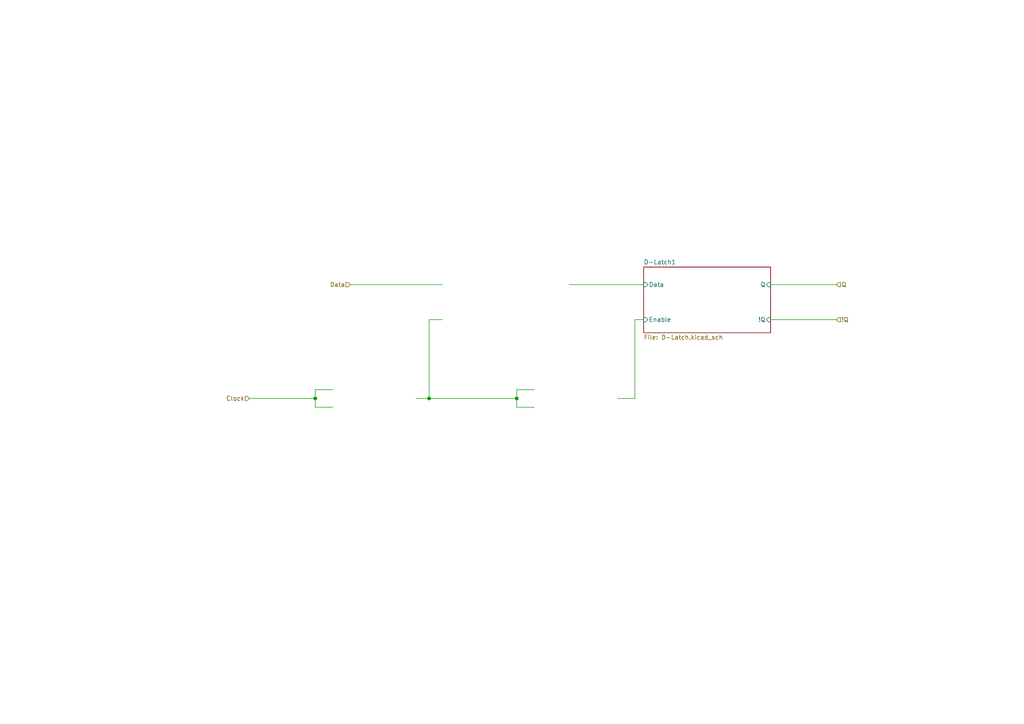
<source format=kicad_sch>
(kicad_sch (version 20230121) (generator eeschema)
  (paper "A4")
  (lib_symbols)
  (junction (at 91.44 115.57))
  (junction (at 124.46 115.57))
  (junction (at 149.86 115.57))
  (wire (pts (xy 91.44 115.57) (xy 91.44 118.11)))
  (wire (pts (xy 149.86 113.03) (xy 154.94 113.03)))
  (wire (pts (xy 165.1 82.55) (xy 186.69 82.55)))
  (wire (pts (xy 91.44 118.11) (xy 96.52 118.11)))
  (wire (pts (xy 184.15 92.71) (xy 186.69 92.71)))
  (wire (pts (xy 124.46 92.71) (xy 128.27 92.71)))
  (wire (pts (xy 72.39 115.57) (xy 91.44 115.57)))
  (wire (pts (xy 149.86 118.11) (xy 154.94 118.11)))
  (wire (pts (xy 179.07 115.57) (xy 184.15 115.57)))
  (wire (pts (xy 124.46 115.57) (xy 124.46 92.71)))
  (wire (pts (xy 223.52 92.71) (xy 242.57 92.71)))
  (wire (pts (xy 124.46 115.57) (xy 149.86 115.57)))
  (wire (pts (xy 149.86 115.57) (xy 149.86 118.11)))
  (wire (pts (xy 223.52 82.55) (xy 242.57 82.55)))
  (wire (pts (xy 101.6 82.55) (xy 128.27 82.55)))
  (wire (pts (xy 149.86 115.57) (xy 149.86 113.03)))
  (wire (pts (xy 120.65 115.57) (xy 124.46 115.57)))
  (wire (pts (xy 96.52 113.03) (xy 91.44 113.03)))
  (wire (pts (xy 91.44 113.03) (xy 91.44 115.57)))
  (wire (pts (xy 184.15 115.57) (xy 184.15 92.71)))
  (hierarchical_label "Clock" (shape input) (at 72.39 115.57 180))
  (hierarchical_label "Q" (shape input) (at 242.57 82.55 0))
  (hierarchical_label "Data" (shape input) (at 101.6 82.55 180))
  (hierarchical_label "!Q" (shape input) (at 242.57 92.71 0))
  (sheet (at 186.69 77.47) (size 36.83 19.05) (stroke (width 0.1524))
    (property "Sheetname" "D-Latch1" (at 186.69 76.7584 0) (effects (justify left bottom)))
    (property "Sheetfile" "D-Latch.kicad_sch" (at 186.69 97.1046 0) (effects (justify left top)))
    (pin "Enable" input (at 186.69 92.71 180))
    (pin "Data" input (at 186.69 82.55 180))
    (pin "!Q" input (at 223.52 92.71 0))
    (pin "Q" input (at 223.52 82.55 0))
  )
)
</source>
